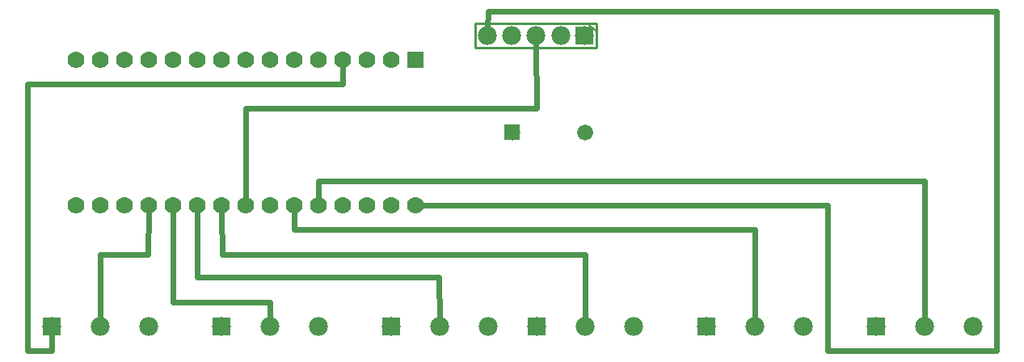
<source format=gtl>
G04 MADE WITH FRITZING*
G04 WWW.FRITZING.ORG*
G04 DOUBLE SIDED*
G04 HOLES PLATED*
G04 CONTOUR ON CENTER OF CONTOUR VECTOR*
%ASAXBY*%
%FSLAX23Y23*%
%MOIN*%
%OFA0B0*%
%SFA1.0B1.0*%
%ADD10C,0.070000*%
%ADD11C,0.078000*%
%ADD12C,0.066000*%
%ADD13C,0.065000*%
%ADD14R,0.070000X0.069972*%
%ADD15R,0.078000X0.078000*%
%ADD16C,0.010000*%
%ADD17C,0.005000*%
%ADD18C,0.024000*%
%ADD19R,0.001000X0.001000*%
%LNCOPPER1*%
G90*
G70*
G54D10*
X1638Y1242D03*
X1538Y1242D03*
X1438Y1242D03*
X1338Y1242D03*
X1238Y1242D03*
X1138Y1242D03*
X1038Y1242D03*
X938Y1242D03*
X838Y1242D03*
X738Y1242D03*
X638Y1242D03*
X538Y1242D03*
X438Y1242D03*
X338Y1242D03*
X238Y1242D03*
X1638Y642D03*
X1538Y642D03*
X1438Y642D03*
X1338Y642D03*
X1238Y642D03*
X1138Y642D03*
X1038Y642D03*
X938Y642D03*
X838Y642D03*
X738Y642D03*
X638Y642D03*
X538Y642D03*
X438Y642D03*
X338Y642D03*
X238Y642D03*
G54D11*
X838Y142D03*
X1038Y142D03*
X1238Y142D03*
X1538Y142D03*
X1738Y142D03*
X1938Y142D03*
X2138Y142D03*
X2338Y142D03*
X2538Y142D03*
X2838Y142D03*
X3038Y142D03*
X3238Y142D03*
X3538Y142D03*
X3738Y142D03*
X3938Y142D03*
X138Y142D03*
X338Y142D03*
X538Y142D03*
X2335Y1342D03*
X2135Y1342D03*
X1935Y1342D03*
X2034Y1342D03*
X2238Y1342D03*
G54D12*
X2338Y942D03*
G54D13*
X2038Y942D03*
G54D12*
X2338Y942D03*
G54D13*
X2038Y942D03*
G54D12*
X2338Y942D03*
G54D13*
X2038Y942D03*
G54D14*
X1638Y1242D03*
G54D15*
X838Y142D03*
X1538Y142D03*
X2138Y142D03*
X2838Y142D03*
X3538Y142D03*
X138Y142D03*
X2335Y1342D03*
G54D16*
X2385Y1392D02*
X1885Y1392D01*
D02*
X1885Y1392D02*
X1885Y1292D01*
D02*
X1885Y1292D02*
X2385Y1292D01*
D02*
X2385Y1292D02*
X2385Y1392D01*
G54D17*
D02*
X2350Y1392D02*
X2385Y1357D01*
G54D18*
D02*
X339Y438D02*
X338Y172D01*
D02*
X536Y438D02*
X339Y438D01*
D02*
X538Y612D02*
X536Y438D01*
D02*
X1038Y242D02*
X1038Y172D01*
D02*
X638Y242D02*
X1038Y242D01*
D02*
X638Y612D02*
X638Y242D01*
D02*
X739Y344D02*
X738Y612D01*
D02*
X1736Y344D02*
X739Y344D01*
D02*
X1738Y172D02*
X1736Y344D01*
D02*
X2339Y438D02*
X2338Y172D01*
D02*
X841Y438D02*
X2339Y438D01*
D02*
X839Y612D02*
X841Y438D01*
D02*
X1140Y540D02*
X1139Y612D01*
D02*
X3038Y540D02*
X1140Y540D01*
D02*
X3038Y172D02*
X3038Y540D01*
D02*
X1238Y740D02*
X1238Y671D01*
D02*
X3739Y740D02*
X1238Y740D01*
D02*
X3738Y172D02*
X3739Y740D01*
D02*
X140Y42D02*
X139Y111D01*
D02*
X38Y42D02*
X140Y42D01*
D02*
X38Y1140D02*
X38Y42D01*
D02*
X1340Y1140D02*
X38Y1140D01*
D02*
X1339Y1212D02*
X1340Y1140D01*
D02*
X2139Y1042D02*
X2135Y1312D01*
D02*
X939Y1042D02*
X2139Y1042D01*
D02*
X938Y671D02*
X939Y1042D01*
D02*
X4037Y1442D02*
X1939Y1442D01*
D02*
X4037Y42D02*
X4037Y1442D01*
D02*
X3338Y642D02*
X3338Y42D01*
D02*
X1939Y1442D02*
X1936Y1372D01*
D02*
X1667Y642D02*
X3338Y642D01*
D02*
X3338Y42D02*
X4037Y42D01*
G54D19*
X2005Y974D02*
X2069Y974D01*
X2005Y973D02*
X2069Y973D01*
X2005Y972D02*
X2069Y972D01*
X2005Y971D02*
X2069Y971D01*
X2005Y970D02*
X2069Y970D01*
X2005Y969D02*
X2069Y969D01*
X2005Y968D02*
X2069Y968D01*
X2005Y967D02*
X2069Y967D01*
X2005Y966D02*
X2069Y966D01*
X2005Y965D02*
X2069Y965D01*
X2005Y964D02*
X2069Y964D01*
X2005Y963D02*
X2069Y963D01*
X2005Y962D02*
X2069Y962D01*
X2005Y961D02*
X2031Y961D01*
X2044Y961D02*
X2069Y961D01*
X2005Y960D02*
X2028Y960D01*
X2046Y960D02*
X2069Y960D01*
X2005Y959D02*
X2026Y959D01*
X2048Y959D02*
X2069Y959D01*
X2005Y958D02*
X2025Y958D01*
X2050Y958D02*
X2069Y958D01*
X2005Y957D02*
X2024Y957D01*
X2051Y957D02*
X2069Y957D01*
X2005Y956D02*
X2023Y956D01*
X2052Y956D02*
X2069Y956D01*
X2005Y955D02*
X2022Y955D01*
X2053Y955D02*
X2069Y955D01*
X2005Y954D02*
X2021Y954D01*
X2054Y954D02*
X2069Y954D01*
X2005Y953D02*
X2020Y953D01*
X2054Y953D02*
X2069Y953D01*
X2005Y952D02*
X2020Y952D01*
X2055Y952D02*
X2069Y952D01*
X2005Y951D02*
X2019Y951D01*
X2056Y951D02*
X2069Y951D01*
X2005Y950D02*
X2019Y950D01*
X2056Y950D02*
X2069Y950D01*
X2005Y949D02*
X2018Y949D01*
X2056Y949D02*
X2069Y949D01*
X2005Y948D02*
X2018Y948D01*
X2057Y948D02*
X2069Y948D01*
X2005Y947D02*
X2018Y947D01*
X2057Y947D02*
X2069Y947D01*
X2005Y946D02*
X2017Y946D01*
X2057Y946D02*
X2069Y946D01*
X2005Y945D02*
X2017Y945D01*
X2057Y945D02*
X2069Y945D01*
X2005Y944D02*
X2017Y944D01*
X2058Y944D02*
X2069Y944D01*
X2005Y943D02*
X2017Y943D01*
X2058Y943D02*
X2069Y943D01*
X2005Y942D02*
X2017Y942D01*
X2058Y942D02*
X2069Y942D01*
X2005Y941D02*
X2017Y941D01*
X2058Y941D02*
X2069Y941D01*
X2005Y940D02*
X2017Y940D01*
X2058Y940D02*
X2069Y940D01*
X2005Y939D02*
X2017Y939D01*
X2057Y939D02*
X2069Y939D01*
X2005Y938D02*
X2017Y938D01*
X2057Y938D02*
X2069Y938D01*
X2005Y937D02*
X2017Y937D01*
X2057Y937D02*
X2069Y937D01*
X2005Y936D02*
X2018Y936D01*
X2057Y936D02*
X2069Y936D01*
X2005Y935D02*
X2018Y935D01*
X2056Y935D02*
X2069Y935D01*
X2005Y934D02*
X2018Y934D01*
X2056Y934D02*
X2069Y934D01*
X2005Y933D02*
X2019Y933D01*
X2056Y933D02*
X2069Y933D01*
X2005Y932D02*
X2020Y932D01*
X2055Y932D02*
X2069Y932D01*
X2005Y931D02*
X2020Y931D01*
X2054Y931D02*
X2069Y931D01*
X2005Y930D02*
X2021Y930D01*
X2054Y930D02*
X2069Y930D01*
X2005Y929D02*
X2022Y929D01*
X2053Y929D02*
X2069Y929D01*
X2005Y928D02*
X2023Y928D01*
X2052Y928D02*
X2069Y928D01*
X2005Y927D02*
X2024Y927D01*
X2051Y927D02*
X2069Y927D01*
X2005Y926D02*
X2025Y926D01*
X2050Y926D02*
X2069Y926D01*
X2005Y925D02*
X2026Y925D01*
X2048Y925D02*
X2069Y925D01*
X2005Y924D02*
X2028Y924D01*
X2046Y924D02*
X2069Y924D01*
X2005Y923D02*
X2031Y923D01*
X2044Y923D02*
X2069Y923D01*
X2005Y922D02*
X2036Y922D01*
X2038Y922D02*
X2069Y922D01*
X2005Y921D02*
X2069Y921D01*
X2005Y920D02*
X2069Y920D01*
X2005Y919D02*
X2069Y919D01*
X2005Y918D02*
X2069Y918D01*
X2005Y917D02*
X2069Y917D01*
X2005Y916D02*
X2069Y916D01*
X2005Y915D02*
X2069Y915D01*
X2005Y914D02*
X2069Y914D01*
X2005Y913D02*
X2069Y913D01*
X2005Y912D02*
X2069Y912D01*
X2005Y911D02*
X2069Y911D01*
X2005Y910D02*
X2069Y910D01*
D02*
G04 End of Copper1*
M02*
</source>
